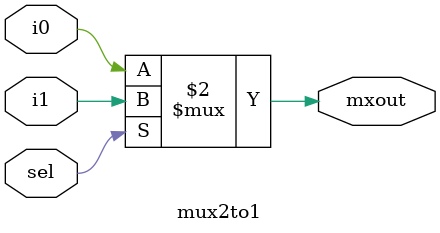
<source format=v>
module mux2to1(i0, i1, sel, mxout);
	input i0, i1, sel;
	output mxout;
	
	assign mxout = sel == 0 ? i0 : i1;

endmodule
</source>
